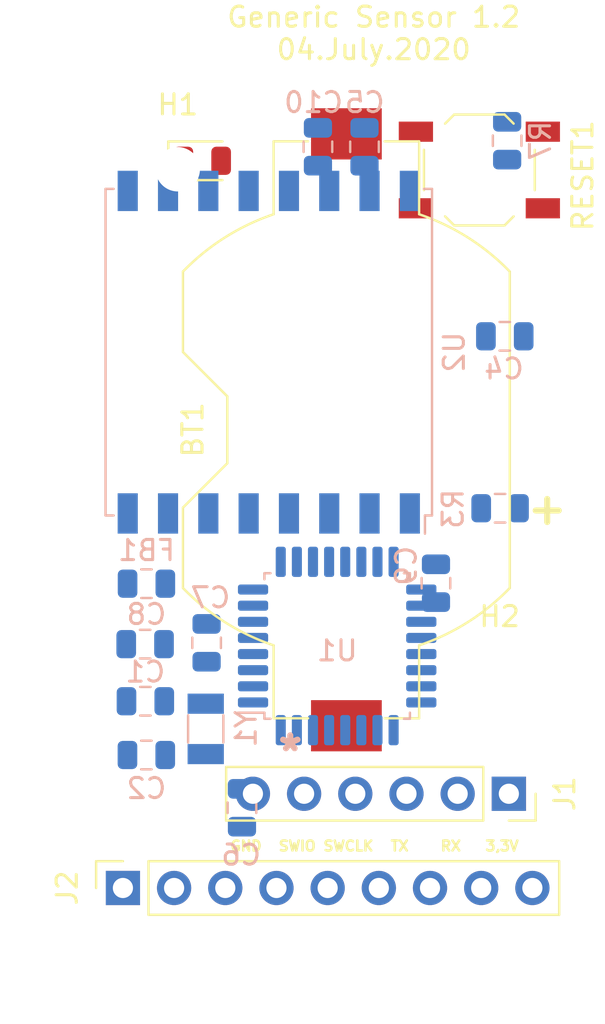
<source format=kicad_pcb>
(kicad_pcb (version 20171130) (host pcbnew "(5.1.5-0-10_14)")

  (general
    (thickness 1.6)
    (drawings 9)
    (tracks 0)
    (zones 0)
    (modules 22)
    (nets 33)
  )

  (page A4)
  (layers
    (0 F.Cu signal)
    (31 B.Cu signal)
    (32 B.Adhes user)
    (33 F.Adhes user)
    (34 B.Paste user)
    (35 F.Paste user)
    (36 B.SilkS user)
    (37 F.SilkS user)
    (38 B.Mask user)
    (39 F.Mask user)
    (40 Dwgs.User user)
    (41 Cmts.User user)
    (42 Eco1.User user)
    (43 Eco2.User user)
    (44 Edge.Cuts user)
    (45 Margin user)
    (46 B.CrtYd user)
    (47 F.CrtYd user)
    (48 B.Fab user)
    (49 F.Fab user)
  )

  (setup
    (last_trace_width 0.25)
    (trace_clearance 0.2)
    (zone_clearance 0.508)
    (zone_45_only no)
    (trace_min 0.2)
    (via_size 0.8)
    (via_drill 0.4)
    (via_min_size 0.4)
    (via_min_drill 0.3)
    (uvia_size 0.3)
    (uvia_drill 0.1)
    (uvias_allowed no)
    (uvia_min_size 0.2)
    (uvia_min_drill 0.1)
    (edge_width 0.1)
    (segment_width 0.2)
    (pcb_text_width 0.3)
    (pcb_text_size 1.5 1.5)
    (mod_edge_width 0.15)
    (mod_text_size 1 1)
    (mod_text_width 0.15)
    (pad_size 1.524 1.524)
    (pad_drill 0.762)
    (pad_to_mask_clearance 0)
    (aux_axis_origin 0 0)
    (visible_elements FFFFFF7F)
    (pcbplotparams
      (layerselection 0x010fc_ffffffff)
      (usegerberextensions false)
      (usegerberattributes false)
      (usegerberadvancedattributes false)
      (creategerberjobfile false)
      (excludeedgelayer true)
      (linewidth 0.100000)
      (plotframeref false)
      (viasonmask false)
      (mode 1)
      (useauxorigin false)
      (hpglpennumber 1)
      (hpglpenspeed 20)
      (hpglpendiameter 15.000000)
      (psnegative false)
      (psa4output false)
      (plotreference true)
      (plotvalue true)
      (plotinvisibletext false)
      (padsonsilk false)
      (subtractmaskfromsilk false)
      (outputformat 1)
      (mirror false)
      (drillshape 1)
      (scaleselection 1)
      (outputdirectory ""))
  )

  (net 0 "")
  (net 1 "Net-(AE1-Pad1)")
  (net 2 +3V3)
  (net 3 GND)
  (net 4 "Net-(C1-Pad1)")
  (net 5 "Net-(C2-Pad1)")
  (net 6 "Net-(C4-Pad1)")
  (net 7 VDDA)
  (net 8 "Net-(D1-Pad2)")
  (net 9 SWDIO)
  (net 10 SWCLK)
  (net 11 TX)
  (net 12 RX)
  (net 13 "Net-(R3-Pad1)")
  (net 14 NSS)
  (net 15 DIO2)
  (net 16 DIO1)
  (net 17 DIO0)
  (net 18 RESET)
  (net 19 MOSI)
  (net 20 MISO)
  (net 21 SCK)
  (net 22 B7)
  (net 23 B6)
  (net 24 B5)
  (net 25 B4)
  (net 26 B3)
  (net 27 A15)
  (net 28 A1)
  (net 29 A0)
  (net 30 A9)
  (net 31 A8)
  (net 32 "Net-(R7-Pad1)")

  (net_class Default "This is the default net class."
    (clearance 0.2)
    (trace_width 0.25)
    (via_dia 0.8)
    (via_drill 0.4)
    (uvia_dia 0.3)
    (uvia_drill 0.1)
    (add_net +3V3)
    (add_net A0)
    (add_net A1)
    (add_net A15)
    (add_net A8)
    (add_net A9)
    (add_net B3)
    (add_net B4)
    (add_net B5)
    (add_net B6)
    (add_net B7)
    (add_net DIO0)
    (add_net DIO1)
    (add_net DIO2)
    (add_net GND)
    (add_net MISO)
    (add_net MOSI)
    (add_net NSS)
    (add_net "Net-(AE1-Pad1)")
    (add_net "Net-(C1-Pad1)")
    (add_net "Net-(C2-Pad1)")
    (add_net "Net-(C4-Pad1)")
    (add_net "Net-(D1-Pad2)")
    (add_net "Net-(R3-Pad1)")
    (add_net "Net-(R7-Pad1)")
    (add_net "Net-(U2-Pad11)")
    (add_net "Net-(U2-Pad12)")
    (add_net "Net-(U2-Pad7)")
    (add_net RESET)
    (add_net RX)
    (add_net SCK)
    (add_net SWCLK)
    (add_net SWDIO)
    (add_net TX)
    (add_net VDDA)
  )

  (module Battery:BatteryHolder_Keystone_1058_1x2032 (layer F.Cu) (tedit 589EE147) (tstamp 5EDD62A0)
    (at 138.59764 60.11672 270)
    (descr http://www.keyelco.com/product-pdf.cfm?p=14028)
    (tags "Keystone type 1058 coin cell retainer")
    (path /5ED19278)
    (attr smd)
    (fp_text reference BT1 (at 0 7.62 90) (layer F.SilkS)
      (effects (font (size 1 1) (thickness 0.15)))
    )
    (fp_text value Battery_Cell (at 0 -9.398 90) (layer F.Fab)
      (effects (font (size 1 1) (thickness 0.15)))
    )
    (fp_circle (center 0 0) (end 10 0) (layer Dwgs.User) (width 0.15))
    (fp_arc (start 0 0) (end -10.61275 -3.5) (angle 27.4635) (layer F.Fab) (width 0.1))
    (fp_line (start -7.8026 -8) (end 7.8026 -8) (layer F.Fab) (width 0.1))
    (fp_line (start -3.9 8) (end -7.8026 8) (layer F.Fab) (width 0.1))
    (fp_line (start -14.2 -3.5) (end -14.2 -1.9) (layer F.Fab) (width 0.1))
    (fp_line (start -14.2 -3.5) (end -10.61275 -3.5) (layer F.Fab) (width 0.1))
    (fp_line (start -1.7 5.8) (end 1.7 5.8) (layer F.Fab) (width 0.1))
    (fp_line (start -1.7 5.8) (end -3.9 8) (layer F.Fab) (width 0.1))
    (fp_line (start 1.7 5.8) (end 3.9 8) (layer F.Fab) (width 0.1))
    (fp_line (start 3.9 8) (end 7.8026 8) (layer F.Fab) (width 0.1))
    (fp_line (start -14.2 3.5) (end -10.61275 3.5) (layer F.Fab) (width 0.1))
    (fp_line (start -14.2 1.9) (end -14.2 3.5) (layer F.Fab) (width 0.1))
    (fp_line (start 14.2 -3.5) (end 14.2 -1.9) (layer F.Fab) (width 0.1))
    (fp_line (start 10.61275 -3.5) (end 14.2 -3.5) (layer F.Fab) (width 0.1))
    (fp_line (start 14.2 3.5) (end 10.61275 3.5) (layer F.Fab) (width 0.1))
    (fp_line (start 14.2 1.9) (end 14.2 3.5) (layer F.Fab) (width 0.1))
    (fp_arc (start 0 0) (end 10.61275 3.5) (angle 27.4635) (layer F.Fab) (width 0.1))
    (fp_arc (start 0 0) (end 10.61275 -3.5) (angle -27.4635) (layer F.Fab) (width 0.1))
    (fp_arc (start 0 0) (end -10.61275 3.5) (angle -27.4635) (layer F.Fab) (width 0.1))
    (fp_line (start -14.31 -3.61) (end -10.692 -3.61) (layer F.SilkS) (width 0.12))
    (fp_line (start -14.31 -1.9) (end -14.31 -3.61) (layer F.SilkS) (width 0.12))
    (fp_line (start -7.8473 -8.11) (end 7.8473 -8.11) (layer F.SilkS) (width 0.12))
    (fp_line (start 14.31 -1.9) (end 14.31 -3.61) (layer F.SilkS) (width 0.12))
    (fp_line (start 10.692 -3.61) (end 14.31 -3.61) (layer F.SilkS) (width 0.12))
    (fp_line (start 14.31 3.61) (end 10.692 3.61) (layer F.SilkS) (width 0.12))
    (fp_line (start 14.31 1.9) (end 14.31 3.61) (layer F.SilkS) (width 0.12))
    (fp_line (start 7.8473 8.11) (end 3.86 8.11) (layer F.SilkS) (width 0.12))
    (fp_line (start 1.66 5.91) (end 3.86 8.11) (layer F.SilkS) (width 0.12))
    (fp_line (start 1.66 5.91) (end -1.66 5.91) (layer F.SilkS) (width 0.12))
    (fp_line (start -1.66 5.91) (end -3.86 8.11) (layer F.SilkS) (width 0.12))
    (fp_line (start -3.86 8.11) (end -7.8473 8.11) (layer F.SilkS) (width 0.12))
    (fp_line (start -10.692 3.61) (end -14.31 3.61) (layer F.SilkS) (width 0.12))
    (fp_line (start -14.31 1.9) (end -14.31 3.61) (layer F.SilkS) (width 0.12))
    (fp_arc (start 0 0) (end -10.692 -3.61) (angle 27.3) (layer F.SilkS) (width 0.12))
    (fp_arc (start 0 0) (end 10.692 3.61) (angle 27.3) (layer F.SilkS) (width 0.12))
    (fp_arc (start 0 0) (end 10.692 -3.61) (angle -27.3) (layer F.SilkS) (width 0.12))
    (fp_arc (start 0 0) (end -10.692 3.61) (angle -27.3) (layer F.SilkS) (width 0.12))
    (fp_line (start -16.45 4.11) (end -11.06 4.11) (layer F.CrtYd) (width 0.05))
    (fp_line (start -16.45 -4.11) (end -16.45 4.11) (layer F.CrtYd) (width 0.05))
    (fp_line (start -16.45 -4.11) (end -11.06 -4.11) (layer F.CrtYd) (width 0.05))
    (fp_line (start 16.45 -4.11) (end 11.06 -4.11) (layer F.CrtYd) (width 0.05))
    (fp_line (start 16.45 4.11) (end 16.45 -4.11) (layer F.CrtYd) (width 0.05))
    (fp_line (start 11.06 4.11) (end 16.45 4.11) (layer F.CrtYd) (width 0.05))
    (fp_arc (start 0 0) (end -11.06 -4.11) (angle 139.2) (layer F.CrtYd) (width 0.05))
    (fp_arc (start 0 0) (end 11.06 4.11) (angle 139.2) (layer F.CrtYd) (width 0.05))
    (fp_text user %R (at 0 0 90) (layer F.Fab)
      (effects (font (size 1 1) (thickness 0.15)))
    )
    (pad 2 smd rect (at 14.68 0 270) (size 2.54 3.51) (layers F.Cu F.Paste F.Mask)
      (net 3 GND))
    (pad 1 smd rect (at -14.68 0 270) (size 2.54 3.51) (layers F.Cu F.Paste F.Mask)
      (net 2 +3V3))
    (model ${KICAD6_3DMODEL_DIR}/Battery.3dshapes/BatteryHolder_Keystone_1058_1x2032.wrl
      (at (xyz 0 0 0))
      (scale (xyz 1 1 1))
      (rotate (xyz 0 0 0))
    )
  )

  (module MountingHole:MountingHole_2.2mm_M2 (layer F.Cu) (tedit 56D1B4CB) (tstamp 5EF98A1F)
    (at 146.2024 72.57796)
    (descr "Mounting Hole 2.2mm, no annular, M2")
    (tags "mounting hole 2.2mm no annular m2")
    (path /5EF98C6E)
    (attr virtual)
    (fp_text reference H2 (at 0 -3.2) (layer F.SilkS)
      (effects (font (size 1 1) (thickness 0.15)))
    )
    (fp_text value MountingHole (at 0 3.2) (layer F.Fab)
      (effects (font (size 1 1) (thickness 0.15)))
    )
    (fp_circle (center 0 0) (end 2.45 0) (layer F.CrtYd) (width 0.05))
    (fp_circle (center 0 0) (end 2.2 0) (layer Cmts.User) (width 0.15))
    (fp_text user %R (at 0.3 0) (layer F.Fab)
      (effects (font (size 1 1) (thickness 0.15)))
    )
    (pad 1 np_thru_hole circle (at 0 0) (size 2.2 2.2) (drill 2.2) (layers *.Cu *.Mask))
  )

  (module MountingHole:MountingHole_2.2mm_M2 (layer F.Cu) (tedit 56D1B4CB) (tstamp 5EF989FA)
    (at 130.23088 47.1932)
    (descr "Mounting Hole 2.2mm, no annular, M2")
    (tags "mounting hole 2.2mm no annular m2")
    (path /5EF98972)
    (attr virtual)
    (fp_text reference H1 (at 0 -3.2) (layer F.SilkS)
      (effects (font (size 1 1) (thickness 0.15)))
    )
    (fp_text value MountingHole (at 0 3.2) (layer F.Fab)
      (effects (font (size 1 1) (thickness 0.15)))
    )
    (fp_circle (center 0 0) (end 2.45 0) (layer F.CrtYd) (width 0.05))
    (fp_circle (center 0 0) (end 2.2 0) (layer Cmts.User) (width 0.15))
    (fp_text user %R (at 0.3 0) (layer F.Fab)
      (effects (font (size 1 1) (thickness 0.15)))
    )
    (pad 1 np_thru_hole circle (at 0 0) (size 2.2 2.2) (drill 2.2) (layers *.Cu *.Mask))
  )

  (module Connector_PinSocket_2.54mm:PinSocket_1x09_P2.54mm_Vertical (layer F.Cu) (tedit 5A19A431) (tstamp 5EF8B5DA)
    (at 127.508 82.84464 90)
    (descr "Through hole straight socket strip, 1x09, 2.54mm pitch, single row (from Kicad 4.0.7), script generated")
    (tags "Through hole socket strip THT 1x09 2.54mm single row")
    (path /5EF8FA5D)
    (fp_text reference J2 (at 0 -2.77 90) (layer F.SilkS)
      (effects (font (size 1 1) (thickness 0.15)))
    )
    (fp_text value Conn_01x09_Male (at 0 23.09 90) (layer F.Fab)
      (effects (font (size 1 1) (thickness 0.15)))
    )
    (fp_text user %R (at 0 10.16) (layer F.Fab)
      (effects (font (size 1 1) (thickness 0.15)))
    )
    (fp_line (start -1.8 22.1) (end -1.8 -1.8) (layer F.CrtYd) (width 0.05))
    (fp_line (start 1.75 22.1) (end -1.8 22.1) (layer F.CrtYd) (width 0.05))
    (fp_line (start 1.75 -1.8) (end 1.75 22.1) (layer F.CrtYd) (width 0.05))
    (fp_line (start -1.8 -1.8) (end 1.75 -1.8) (layer F.CrtYd) (width 0.05))
    (fp_line (start 0 -1.33) (end 1.33 -1.33) (layer F.SilkS) (width 0.12))
    (fp_line (start 1.33 -1.33) (end 1.33 0) (layer F.SilkS) (width 0.12))
    (fp_line (start 1.33 1.27) (end 1.33 21.65) (layer F.SilkS) (width 0.12))
    (fp_line (start -1.33 21.65) (end 1.33 21.65) (layer F.SilkS) (width 0.12))
    (fp_line (start -1.33 1.27) (end -1.33 21.65) (layer F.SilkS) (width 0.12))
    (fp_line (start -1.33 1.27) (end 1.33 1.27) (layer F.SilkS) (width 0.12))
    (fp_line (start -1.27 21.59) (end -1.27 -1.27) (layer F.Fab) (width 0.1))
    (fp_line (start 1.27 21.59) (end -1.27 21.59) (layer F.Fab) (width 0.1))
    (fp_line (start 1.27 -0.635) (end 1.27 21.59) (layer F.Fab) (width 0.1))
    (fp_line (start 0.635 -1.27) (end 1.27 -0.635) (layer F.Fab) (width 0.1))
    (fp_line (start -1.27 -1.27) (end 0.635 -1.27) (layer F.Fab) (width 0.1))
    (pad 9 thru_hole oval (at 0 20.32 90) (size 1.7 1.7) (drill 1) (layers *.Cu *.Mask)
      (net 3 GND))
    (pad 8 thru_hole oval (at 0 17.78 90) (size 1.7 1.7) (drill 1) (layers *.Cu *.Mask)
      (net 3 GND))
    (pad 7 thru_hole oval (at 0 15.24 90) (size 1.7 1.7) (drill 1) (layers *.Cu *.Mask)
      (net 27 A15))
    (pad 6 thru_hole oval (at 0 12.7 90) (size 1.7 1.7) (drill 1) (layers *.Cu *.Mask)
      (net 26 B3))
    (pad 5 thru_hole oval (at 0 10.16 90) (size 1.7 1.7) (drill 1) (layers *.Cu *.Mask)
      (net 25 B4))
    (pad 4 thru_hole oval (at 0 7.62 90) (size 1.7 1.7) (drill 1) (layers *.Cu *.Mask)
      (net 24 B5))
    (pad 3 thru_hole oval (at 0 5.08 90) (size 1.7 1.7) (drill 1) (layers *.Cu *.Mask)
      (net 23 B6))
    (pad 2 thru_hole oval (at 0 2.54 90) (size 1.7 1.7) (drill 1) (layers *.Cu *.Mask)
      (net 22 B7))
    (pad 1 thru_hole rect (at 0 0 90) (size 1.7 1.7) (drill 1) (layers *.Cu *.Mask)
      (net 2 +3V3))
    (model ${KICAD6_3DMODEL_DIR}/Connector_PinSocket_2.54mm.3dshapes/PinSocket_1x09_P2.54mm_Vertical.wrl
      (at (xyz 0 0 0))
      (scale (xyz 1 1 1))
      (rotate (xyz 0 0 0))
    )
  )

  (module Connector_PinSocket_2.54mm:PinSocket_1x06_P2.54mm_Vertical (layer F.Cu) (tedit 5A19A430) (tstamp 5EDD92EF)
    (at 146.6596 78.17104 270)
    (descr "Through hole straight socket strip, 1x06, 2.54mm pitch, single row (from Kicad 4.0.7), script generated")
    (tags "Through hole socket strip THT 1x06 2.54mm single row")
    (path /5ED1FD6B)
    (fp_text reference J1 (at 0 -2.77 90) (layer F.SilkS)
      (effects (font (size 1 1) (thickness 0.15)))
    )
    (fp_text value Conn_01x06_Male (at 0 15.47 90) (layer F.Fab)
      (effects (font (size 1 1) (thickness 0.15)))
    )
    (fp_text user %R (at 0 6.35) (layer F.Fab)
      (effects (font (size 1 1) (thickness 0.15)))
    )
    (fp_line (start -1.8 14.45) (end -1.8 -1.8) (layer F.CrtYd) (width 0.05))
    (fp_line (start 1.75 14.45) (end -1.8 14.45) (layer F.CrtYd) (width 0.05))
    (fp_line (start 1.75 -1.8) (end 1.75 14.45) (layer F.CrtYd) (width 0.05))
    (fp_line (start -1.8 -1.8) (end 1.75 -1.8) (layer F.CrtYd) (width 0.05))
    (fp_line (start 0 -1.33) (end 1.33 -1.33) (layer F.SilkS) (width 0.12))
    (fp_line (start 1.33 -1.33) (end 1.33 0) (layer F.SilkS) (width 0.12))
    (fp_line (start 1.33 1.27) (end 1.33 14.03) (layer F.SilkS) (width 0.12))
    (fp_line (start -1.33 14.03) (end 1.33 14.03) (layer F.SilkS) (width 0.12))
    (fp_line (start -1.33 1.27) (end -1.33 14.03) (layer F.SilkS) (width 0.12))
    (fp_line (start -1.33 1.27) (end 1.33 1.27) (layer F.SilkS) (width 0.12))
    (fp_line (start -1.27 13.97) (end -1.27 -1.27) (layer F.Fab) (width 0.1))
    (fp_line (start 1.27 13.97) (end -1.27 13.97) (layer F.Fab) (width 0.1))
    (fp_line (start 1.27 -0.635) (end 1.27 13.97) (layer F.Fab) (width 0.1))
    (fp_line (start 0.635 -1.27) (end 1.27 -0.635) (layer F.Fab) (width 0.1))
    (fp_line (start -1.27 -1.27) (end 0.635 -1.27) (layer F.Fab) (width 0.1))
    (pad 6 thru_hole oval (at 0 12.7 270) (size 1.7 1.7) (drill 1) (layers *.Cu *.Mask)
      (net 3 GND))
    (pad 5 thru_hole oval (at 0 10.16 270) (size 1.7 1.7) (drill 1) (layers *.Cu *.Mask)
      (net 10 SWCLK))
    (pad 4 thru_hole oval (at 0 7.62 270) (size 1.7 1.7) (drill 1) (layers *.Cu *.Mask)
      (net 9 SWDIO))
    (pad 3 thru_hole oval (at 0 5.08 270) (size 1.7 1.7) (drill 1) (layers *.Cu *.Mask)
      (net 11 TX))
    (pad 2 thru_hole oval (at 0 2.54 270) (size 1.7 1.7) (drill 1) (layers *.Cu *.Mask)
      (net 12 RX))
    (pad 1 thru_hole rect (at 0 0 270) (size 1.7 1.7) (drill 1) (layers *.Cu *.Mask)
      (net 2 +3V3))
    (model ${KICAD6_3DMODEL_DIR}/Connector_PinSocket_2.54mm.3dshapes/PinSocket_1x06_P2.54mm_Vertical.wrl
      (at (xyz 0 0 0))
      (scale (xyz 1 1 1))
      (rotate (xyz 0 0 0))
    )
  )

  (module Package_QFP:LQFP-32_7x7mm_P0.8mm (layer B.Cu) (tedit 5D9F72AF) (tstamp 5EDDE4C3)
    (at 138.14044 70.8406)
    (descr "LQFP, 32 Pin (https://www.nxp.com/docs/en/package-information/SOT358-1.pdf), generated with kicad-footprint-generator ipc_gullwing_generator.py")
    (tags "LQFP QFP")
    (path /5ECAC074)
    (attr smd)
    (fp_text reference U1 (at 0 0.23622) (layer B.SilkS)
      (effects (font (size 1 1) (thickness 0.15)) (justify mirror))
    )
    (fp_text value STM32L041K6Tx (at 0 -5.88) (layer B.Fab)
      (effects (font (size 1 1) (thickness 0.15)) (justify mirror))
    )
    (fp_text user %R (at 0 0) (layer B.Fab)
      (effects (font (size 1 1) (thickness 0.15)) (justify mirror))
    )
    (fp_line (start 5.18 -3.3) (end 5.18 0) (layer B.CrtYd) (width 0.05))
    (fp_line (start 3.75 -3.3) (end 5.18 -3.3) (layer B.CrtYd) (width 0.05))
    (fp_line (start 3.75 -3.75) (end 3.75 -3.3) (layer B.CrtYd) (width 0.05))
    (fp_line (start 3.3 -3.75) (end 3.75 -3.75) (layer B.CrtYd) (width 0.05))
    (fp_line (start 3.3 -5.18) (end 3.3 -3.75) (layer B.CrtYd) (width 0.05))
    (fp_line (start 0 -5.18) (end 3.3 -5.18) (layer B.CrtYd) (width 0.05))
    (fp_line (start -5.18 -3.3) (end -5.18 0) (layer B.CrtYd) (width 0.05))
    (fp_line (start -3.75 -3.3) (end -5.18 -3.3) (layer B.CrtYd) (width 0.05))
    (fp_line (start -3.75 -3.75) (end -3.75 -3.3) (layer B.CrtYd) (width 0.05))
    (fp_line (start -3.3 -3.75) (end -3.75 -3.75) (layer B.CrtYd) (width 0.05))
    (fp_line (start -3.3 -5.18) (end -3.3 -3.75) (layer B.CrtYd) (width 0.05))
    (fp_line (start 0 -5.18) (end -3.3 -5.18) (layer B.CrtYd) (width 0.05))
    (fp_line (start 5.18 3.3) (end 5.18 0) (layer B.CrtYd) (width 0.05))
    (fp_line (start 3.75 3.3) (end 5.18 3.3) (layer B.CrtYd) (width 0.05))
    (fp_line (start 3.75 3.75) (end 3.75 3.3) (layer B.CrtYd) (width 0.05))
    (fp_line (start 3.3 3.75) (end 3.75 3.75) (layer B.CrtYd) (width 0.05))
    (fp_line (start 3.3 5.18) (end 3.3 3.75) (layer B.CrtYd) (width 0.05))
    (fp_line (start 0 5.18) (end 3.3 5.18) (layer B.CrtYd) (width 0.05))
    (fp_line (start -5.18 3.3) (end -5.18 0) (layer B.CrtYd) (width 0.05))
    (fp_line (start -3.75 3.3) (end -5.18 3.3) (layer B.CrtYd) (width 0.05))
    (fp_line (start -3.75 3.75) (end -3.75 3.3) (layer B.CrtYd) (width 0.05))
    (fp_line (start -3.3 3.75) (end -3.75 3.75) (layer B.CrtYd) (width 0.05))
    (fp_line (start -3.3 5.18) (end -3.3 3.75) (layer B.CrtYd) (width 0.05))
    (fp_line (start 0 5.18) (end -3.3 5.18) (layer B.CrtYd) (width 0.05))
    (fp_line (start -3.5 2.5) (end -2.5 3.5) (layer B.Fab) (width 0.1))
    (fp_line (start -3.5 -3.5) (end -3.5 2.5) (layer B.Fab) (width 0.1))
    (fp_line (start 3.5 -3.5) (end -3.5 -3.5) (layer B.Fab) (width 0.1))
    (fp_line (start 3.5 3.5) (end 3.5 -3.5) (layer B.Fab) (width 0.1))
    (fp_line (start -2.5 3.5) (end 3.5 3.5) (layer B.Fab) (width 0.1))
    (fp_line (start -3.61 3.31) (end -4.925 3.31) (layer B.SilkS) (width 0.12))
    (fp_line (start -3.61 3.61) (end -3.61 3.31) (layer B.SilkS) (width 0.12))
    (fp_line (start -3.31 3.61) (end -3.61 3.61) (layer B.SilkS) (width 0.12))
    (fp_line (start 3.61 3.61) (end 3.61 3.31) (layer B.SilkS) (width 0.12))
    (fp_line (start 3.31 3.61) (end 3.61 3.61) (layer B.SilkS) (width 0.12))
    (fp_line (start -3.61 -3.61) (end -3.61 -3.31) (layer B.SilkS) (width 0.12))
    (fp_line (start -3.31 -3.61) (end -3.61 -3.61) (layer B.SilkS) (width 0.12))
    (fp_line (start 3.61 -3.61) (end 3.61 -3.31) (layer B.SilkS) (width 0.12))
    (fp_line (start 3.31 -3.61) (end 3.61 -3.61) (layer B.SilkS) (width 0.12))
    (pad 32 smd roundrect (at -2.8 4.175) (size 0.5 1.5) (layers B.Cu B.Paste B.Mask) (roundrect_rratio 0.25)
      (net 3 GND))
    (pad 31 smd roundrect (at -2 4.175) (size 0.5 1.5) (layers B.Cu B.Paste B.Mask) (roundrect_rratio 0.25)
      (net 32 "Net-(R7-Pad1)"))
    (pad 30 smd roundrect (at -1.2 4.175) (size 0.5 1.5) (layers B.Cu B.Paste B.Mask) (roundrect_rratio 0.25)
      (net 22 B7))
    (pad 29 smd roundrect (at -0.4 4.175) (size 0.5 1.5) (layers B.Cu B.Paste B.Mask) (roundrect_rratio 0.25)
      (net 23 B6))
    (pad 28 smd roundrect (at 0.4 4.175) (size 0.5 1.5) (layers B.Cu B.Paste B.Mask) (roundrect_rratio 0.25)
      (net 24 B5))
    (pad 27 smd roundrect (at 1.2 4.175) (size 0.5 1.5) (layers B.Cu B.Paste B.Mask) (roundrect_rratio 0.25)
      (net 25 B4))
    (pad 26 smd roundrect (at 2 4.175) (size 0.5 1.5) (layers B.Cu B.Paste B.Mask) (roundrect_rratio 0.25)
      (net 26 B3))
    (pad 25 smd roundrect (at 2.8 4.175) (size 0.5 1.5) (layers B.Cu B.Paste B.Mask) (roundrect_rratio 0.25)
      (net 27 A15))
    (pad 24 smd roundrect (at 4.175 2.8) (size 1.5 0.5) (layers B.Cu B.Paste B.Mask) (roundrect_rratio 0.25)
      (net 10 SWCLK))
    (pad 23 smd roundrect (at 4.175 2) (size 1.5 0.5) (layers B.Cu B.Paste B.Mask) (roundrect_rratio 0.25)
      (net 9 SWDIO))
    (pad 22 smd roundrect (at 4.175 1.2) (size 1.5 0.5) (layers B.Cu B.Paste B.Mask) (roundrect_rratio 0.25)
      (net 15 DIO2))
    (pad 21 smd roundrect (at 4.175 0.4) (size 1.5 0.5) (layers B.Cu B.Paste B.Mask) (roundrect_rratio 0.25)
      (net 16 DIO1))
    (pad 20 smd roundrect (at 4.175 -0.4) (size 1.5 0.5) (layers B.Cu B.Paste B.Mask) (roundrect_rratio 0.25)
      (net 17 DIO0))
    (pad 19 smd roundrect (at 4.175 -1.2) (size 1.5 0.5) (layers B.Cu B.Paste B.Mask) (roundrect_rratio 0.25)
      (net 30 A9))
    (pad 18 smd roundrect (at 4.175 -2) (size 1.5 0.5) (layers B.Cu B.Paste B.Mask) (roundrect_rratio 0.25)
      (net 31 A8))
    (pad 17 smd roundrect (at 4.175 -2.8) (size 1.5 0.5) (layers B.Cu B.Paste B.Mask) (roundrect_rratio 0.25)
      (net 2 +3V3))
    (pad 16 smd roundrect (at 2.8 -4.175) (size 0.5 1.5) (layers B.Cu B.Paste B.Mask) (roundrect_rratio 0.25)
      (net 3 GND))
    (pad 15 smd roundrect (at 2 -4.175) (size 0.5 1.5) (layers B.Cu B.Paste B.Mask) (roundrect_rratio 0.25)
      (net 13 "Net-(R3-Pad1)"))
    (pad 14 smd roundrect (at 1.2 -4.175) (size 0.5 1.5) (layers B.Cu B.Paste B.Mask) (roundrect_rratio 0.25)
      (net 18 RESET))
    (pad 13 smd roundrect (at 0.4 -4.175) (size 0.5 1.5) (layers B.Cu B.Paste B.Mask) (roundrect_rratio 0.25)
      (net 19 MOSI))
    (pad 12 smd roundrect (at -0.4 -4.175) (size 0.5 1.5) (layers B.Cu B.Paste B.Mask) (roundrect_rratio 0.25)
      (net 20 MISO))
    (pad 11 smd roundrect (at -1.2 -4.175) (size 0.5 1.5) (layers B.Cu B.Paste B.Mask) (roundrect_rratio 0.25)
      (net 21 SCK))
    (pad 10 smd roundrect (at -2 -4.175) (size 0.5 1.5) (layers B.Cu B.Paste B.Mask) (roundrect_rratio 0.25)
      (net 14 NSS))
    (pad 9 smd roundrect (at -2.8 -4.175) (size 0.5 1.5) (layers B.Cu B.Paste B.Mask) (roundrect_rratio 0.25)
      (net 12 RX))
    (pad 8 smd roundrect (at -4.175 -2.8) (size 1.5 0.5) (layers B.Cu B.Paste B.Mask) (roundrect_rratio 0.25)
      (net 11 TX))
    (pad 7 smd roundrect (at -4.175 -2) (size 1.5 0.5) (layers B.Cu B.Paste B.Mask) (roundrect_rratio 0.25)
      (net 28 A1))
    (pad 6 smd roundrect (at -4.175 -1.2) (size 1.5 0.5) (layers B.Cu B.Paste B.Mask) (roundrect_rratio 0.25)
      (net 29 A0))
    (pad 5 smd roundrect (at -4.175 -0.4) (size 1.5 0.5) (layers B.Cu B.Paste B.Mask) (roundrect_rratio 0.25)
      (net 7 VDDA))
    (pad 4 smd roundrect (at -4.175 0.4) (size 1.5 0.5) (layers B.Cu B.Paste B.Mask) (roundrect_rratio 0.25)
      (net 6 "Net-(C4-Pad1)"))
    (pad 3 smd roundrect (at -4.175 1.2) (size 1.5 0.5) (layers B.Cu B.Paste B.Mask) (roundrect_rratio 0.25)
      (net 4 "Net-(C1-Pad1)"))
    (pad 2 smd roundrect (at -4.175 2) (size 1.5 0.5) (layers B.Cu B.Paste B.Mask) (roundrect_rratio 0.25)
      (net 5 "Net-(C2-Pad1)"))
    (pad 1 smd roundrect (at -4.175 2.8) (size 1.5 0.5) (layers B.Cu B.Paste B.Mask) (roundrect_rratio 0.25)
      (net 2 +3V3))
    (model ${KICAD6_3DMODEL_DIR}/Package_QFP.3dshapes/LQFP-32_7x7mm_P0.8mm.wrl
      (at (xyz 0 0 0))
      (scale (xyz 1 1 1))
      (rotate (xyz 0 0 0))
    )
  )

  (module Resistor_SMD:R_0805_2012Metric (layer B.Cu) (tedit 5B36C52B) (tstamp 5EDE29DA)
    (at 128.6764 67.74988 180)
    (descr "Resistor SMD 0805 (2012 Metric), square (rectangular) end terminal, IPC_7351 nominal, (Body size source: https://docs.google.com/spreadsheets/d/1BsfQQcO9C6DZCsRaXUlFlo91Tg2WpOkGARC1WS5S8t0/edit?usp=sharing), generated with kicad-footprint-generator")
    (tags resistor)
    (path /5ECCEBAA)
    (attr smd)
    (fp_text reference FB1 (at 0 1.65) (layer B.SilkS)
      (effects (font (size 1 1) (thickness 0.15)) (justify mirror))
    )
    (fp_text value Ferrite_Bead_Small (at 0 -1.65) (layer B.Fab)
      (effects (font (size 1 1) (thickness 0.15)) (justify mirror))
    )
    (fp_text user %R (at 0 0) (layer B.Fab)
      (effects (font (size 0.5 0.5) (thickness 0.08)) (justify mirror))
    )
    (fp_line (start 1.68 -0.95) (end -1.68 -0.95) (layer B.CrtYd) (width 0.05))
    (fp_line (start 1.68 0.95) (end 1.68 -0.95) (layer B.CrtYd) (width 0.05))
    (fp_line (start -1.68 0.95) (end 1.68 0.95) (layer B.CrtYd) (width 0.05))
    (fp_line (start -1.68 -0.95) (end -1.68 0.95) (layer B.CrtYd) (width 0.05))
    (fp_line (start -0.258578 -0.71) (end 0.258578 -0.71) (layer B.SilkS) (width 0.12))
    (fp_line (start -0.258578 0.71) (end 0.258578 0.71) (layer B.SilkS) (width 0.12))
    (fp_line (start 1 -0.6) (end -1 -0.6) (layer B.Fab) (width 0.1))
    (fp_line (start 1 0.6) (end 1 -0.6) (layer B.Fab) (width 0.1))
    (fp_line (start -1 0.6) (end 1 0.6) (layer B.Fab) (width 0.1))
    (fp_line (start -1 -0.6) (end -1 0.6) (layer B.Fab) (width 0.1))
    (pad 2 smd roundrect (at 0.9375 0 180) (size 0.975 1.4) (layers B.Cu B.Paste B.Mask) (roundrect_rratio 0.25)
      (net 2 +3V3))
    (pad 1 smd roundrect (at -0.9375 0 180) (size 0.975 1.4) (layers B.Cu B.Paste B.Mask) (roundrect_rratio 0.25)
      (net 7 VDDA))
    (model ${KICAD6_3DMODEL_DIR}/Resistor_SMD.3dshapes/R_0805_2012Metric.wrl
      (at (xyz 0 0 0))
      (scale (xyz 1 1 1))
      (rotate (xyz 0 0 0))
    )
  )

  (module Crystal:Crystal_SMD_3215-2Pin_3.2x1.5mm (layer B.Cu) (tedit 5A0FD1B2) (tstamp 5EDDFA16)
    (at 131.61772 74.95286 90)
    (descr "SMD Crystal FC-135 https://support.epson.biz/td/api/doc_check.php?dl=brief_FC-135R_en.pdf")
    (tags "SMD SMT Crystal")
    (path /5ECB1FA2)
    (attr smd)
    (fp_text reference Y1 (at 0 2 90) (layer B.SilkS)
      (effects (font (size 1 1) (thickness 0.15)) (justify mirror))
    )
    (fp_text value 32KHz (at 0 -2 90) (layer B.Fab)
      (effects (font (size 1 1) (thickness 0.15)) (justify mirror))
    )
    (fp_line (start 2 1.15) (end 2 -1.15) (layer B.CrtYd) (width 0.05))
    (fp_line (start -2 1.15) (end -2 -1.15) (layer B.CrtYd) (width 0.05))
    (fp_line (start -2 -1.15) (end 2 -1.15) (layer B.CrtYd) (width 0.05))
    (fp_line (start -1.6 -0.75) (end 1.6 -0.75) (layer B.Fab) (width 0.1))
    (fp_line (start -1.6 0.75) (end 1.6 0.75) (layer B.Fab) (width 0.1))
    (fp_line (start 1.6 0.75) (end 1.6 -0.75) (layer B.Fab) (width 0.1))
    (fp_line (start -0.675 0.875) (end 0.675 0.875) (layer B.SilkS) (width 0.12))
    (fp_line (start -0.675 -0.875) (end 0.675 -0.875) (layer B.SilkS) (width 0.12))
    (fp_line (start -1.6 0.75) (end -1.6 -0.75) (layer B.Fab) (width 0.1))
    (fp_line (start -2 1.15) (end 2 1.15) (layer B.CrtYd) (width 0.05))
    (fp_text user %R (at 0 2 90) (layer B.Fab)
      (effects (font (size 1 1) (thickness 0.15)) (justify mirror))
    )
    (pad 2 smd rect (at -1.25 0 90) (size 1 1.8) (layers B.Cu B.Paste B.Mask)
      (net 5 "Net-(C2-Pad1)"))
    (pad 1 smd rect (at 1.25 0 90) (size 1 1.8) (layers B.Cu B.Paste B.Mask)
      (net 4 "Net-(C1-Pad1)"))
    (model ${KICAD6_3DMODEL_DIR}/Crystal.3dshapes/Crystal_SMD_3215-2Pin_3.2x1.5mm.wrl
      (at (xyz 0 0 0))
      (scale (xyz 1 1 1))
      (rotate (xyz 0 0 0))
    )
  )

  (module RF_Module:HOPERF_RFM9XW_SMD (layer B.Cu) (tedit 5C227243) (tstamp 5F0A18C8)
    (at 134.747 56.26608 90)
    (descr "Low Power Long Range Transceiver Module SMD-16 (https://www.hoperf.com/data/upload/portal/20181127/5bfcbea20e9ef.pdf)")
    (tags "LoRa Low Power Long Range Transceiver Module")
    (path /5ECD2FAF)
    (attr smd)
    (fp_text reference U2 (at 0 9.2 90) (layer B.SilkS)
      (effects (font (size 1 1) (thickness 0.15)) (justify mirror))
    )
    (fp_text value RFM95W-868S2 (at 0 -9.5 90) (layer B.Fab)
      (effects (font (size 1 1) (thickness 0.15)) (justify mirror))
    )
    (fp_line (start -7 8) (end -8 7) (layer B.Fab) (width 0.1))
    (fp_line (start -8.1 7.75) (end -9 7.75) (layer B.SilkS) (width 0.12))
    (fp_line (start -8.1 8.1) (end -8.1 7.75) (layer B.SilkS) (width 0.12))
    (fp_line (start 8.1 -8.1) (end 8.1 -7.7) (layer B.SilkS) (width 0.12))
    (fp_line (start -8.1 -8.1) (end 8.1 -8.1) (layer B.SilkS) (width 0.12))
    (fp_line (start -8.1 -7.7) (end -8.1 -8.1) (layer B.SilkS) (width 0.12))
    (fp_line (start 8.1 8.1) (end 8.1 7.7) (layer B.SilkS) (width 0.12))
    (fp_line (start -8.1 8.1) (end 8.1 8.1) (layer B.SilkS) (width 0.12))
    (fp_line (start -9.25 -8.25) (end -9.25 8.25) (layer B.CrtYd) (width 0.05))
    (fp_line (start -9.25 -8.25) (end 9.25 -8.25) (layer B.CrtYd) (width 0.05))
    (fp_line (start 9.25 8.25) (end 9.25 -8.25) (layer B.CrtYd) (width 0.05))
    (fp_line (start -9.25 8.25) (end 9.25 8.25) (layer B.CrtYd) (width 0.05))
    (fp_text user %R (at 0 0 90) (layer B.Fab)
      (effects (font (size 1 1) (thickness 0.15)) (justify mirror))
    )
    (fp_line (start -8 -8) (end -8 7) (layer B.Fab) (width 0.1))
    (fp_line (start -8 -8) (end 8 -8) (layer B.Fab) (width 0.1))
    (fp_line (start 8 -8) (end 8 8) (layer B.Fab) (width 0.1))
    (fp_line (start -7 8) (end 8 8) (layer B.Fab) (width 0.1))
    (pad 16 smd rect (at 8 7 90) (size 2 1) (layers B.Cu B.Paste B.Mask)
      (net 15 DIO2))
    (pad 15 smd rect (at 8 5 90) (size 2 1) (layers B.Cu B.Paste B.Mask)
      (net 16 DIO1))
    (pad 14 smd rect (at 8 3 90) (size 2 1) (layers B.Cu B.Paste B.Mask)
      (net 17 DIO0))
    (pad 13 smd rect (at 8 1 90) (size 2 1) (layers B.Cu B.Paste B.Mask)
      (net 2 +3V3))
    (pad 12 smd rect (at 8 -1 90) (size 2 1) (layers B.Cu B.Paste B.Mask))
    (pad 11 smd rect (at 8 -3 90) (size 2 1) (layers B.Cu B.Paste B.Mask))
    (pad 10 smd rect (at 8 -5 90) (size 2 1) (layers B.Cu B.Paste B.Mask)
      (net 3 GND))
    (pad 9 smd rect (at 8 -7 90) (size 2 1) (layers B.Cu B.Paste B.Mask)
      (net 1 "Net-(AE1-Pad1)"))
    (pad 8 smd rect (at -8 -7 90) (size 2 1) (layers B.Cu B.Paste B.Mask)
      (net 3 GND))
    (pad 7 smd rect (at -8 -5 90) (size 2 1) (layers B.Cu B.Paste B.Mask))
    (pad 6 smd rect (at -8 -3 90) (size 2 1) (layers B.Cu B.Paste B.Mask)
      (net 18 RESET))
    (pad 5 smd rect (at -8 -1 90) (size 2 1) (layers B.Cu B.Paste B.Mask)
      (net 14 NSS))
    (pad 4 smd rect (at -8 1 90) (size 2 1) (layers B.Cu B.Paste B.Mask)
      (net 21 SCK))
    (pad 3 smd rect (at -8 3 90) (size 2 1) (layers B.Cu B.Paste B.Mask)
      (net 19 MOSI))
    (pad 2 smd rect (at -8 5 90) (size 2 1) (layers B.Cu B.Paste B.Mask)
      (net 20 MISO))
    (pad 1 smd rect (at -8 7 90) (size 2 1) (layers B.Cu B.Paste B.Mask)
      (net 3 GND))
    (model ${KICAD6_3DMODEL_DIR}/RF_Module.3dshapes/HOPERF_RFM9XW_SMD.wrl
      (at (xyz 0 0 0))
      (scale (xyz 1 1 1))
      (rotate (xyz 0 0 0))
    )
  )

  (module Resistor_SMD:R_0805_2012Metric (layer B.Cu) (tedit 5B36C52B) (tstamp 5EDE0775)
    (at 146.57578 45.77588 90)
    (descr "Resistor SMD 0805 (2012 Metric), square (rectangular) end terminal, IPC_7351 nominal, (Body size source: https://docs.google.com/spreadsheets/d/1BsfQQcO9C6DZCsRaXUlFlo91Tg2WpOkGARC1WS5S8t0/edit?usp=sharing), generated with kicad-footprint-generator")
    (tags resistor)
    (path /5ED6BC7D)
    (attr smd)
    (fp_text reference R7 (at 0 1.65 90) (layer B.SilkS)
      (effects (font (size 1 1) (thickness 0.15)) (justify mirror))
    )
    (fp_text value 12K (at 0 -1.65 90) (layer B.Fab)
      (effects (font (size 1 1) (thickness 0.15)) (justify mirror))
    )
    (fp_text user %R (at 0 0 90) (layer B.Fab)
      (effects (font (size 0.5 0.5) (thickness 0.08)) (justify mirror))
    )
    (fp_line (start 1.68 -0.95) (end -1.68 -0.95) (layer B.CrtYd) (width 0.05))
    (fp_line (start 1.68 0.95) (end 1.68 -0.95) (layer B.CrtYd) (width 0.05))
    (fp_line (start -1.68 0.95) (end 1.68 0.95) (layer B.CrtYd) (width 0.05))
    (fp_line (start -1.68 -0.95) (end -1.68 0.95) (layer B.CrtYd) (width 0.05))
    (fp_line (start -0.258578 -0.71) (end 0.258578 -0.71) (layer B.SilkS) (width 0.12))
    (fp_line (start -0.258578 0.71) (end 0.258578 0.71) (layer B.SilkS) (width 0.12))
    (fp_line (start 1 -0.6) (end -1 -0.6) (layer B.Fab) (width 0.1))
    (fp_line (start 1 0.6) (end 1 -0.6) (layer B.Fab) (width 0.1))
    (fp_line (start -1 0.6) (end 1 0.6) (layer B.Fab) (width 0.1))
    (fp_line (start -1 -0.6) (end -1 0.6) (layer B.Fab) (width 0.1))
    (pad 2 smd roundrect (at 0.9375 0 90) (size 0.975 1.4) (layers B.Cu B.Paste B.Mask) (roundrect_rratio 0.25)
      (net 3 GND))
    (pad 1 smd roundrect (at -0.9375 0 90) (size 0.975 1.4) (layers B.Cu B.Paste B.Mask) (roundrect_rratio 0.25)
      (net 32 "Net-(R7-Pad1)"))
    (model ${KICAD6_3DMODEL_DIR}/Resistor_SMD.3dshapes/R_0805_2012Metric.wrl
      (at (xyz 0 0 0))
      (scale (xyz 1 1 1))
      (rotate (xyz 0 0 0))
    )
  )

  (module Resistor_SMD:R_0805_2012Metric (layer B.Cu) (tedit 5B36C52B) (tstamp 5EDD9E5A)
    (at 146.2255 64.008)
    (descr "Resistor SMD 0805 (2012 Metric), square (rectangular) end terminal, IPC_7351 nominal, (Body size source: https://docs.google.com/spreadsheets/d/1BsfQQcO9C6DZCsRaXUlFlo91Tg2WpOkGARC1WS5S8t0/edit?usp=sharing), generated with kicad-footprint-generator")
    (tags resistor)
    (path /5EDFFD28)
    (attr smd)
    (fp_text reference R3 (at -2.3345 0.03048 270) (layer B.SilkS)
      (effects (font (size 1 1) (thickness 0.15)) (justify mirror))
    )
    (fp_text value 12K (at 0 -1.65) (layer B.Fab)
      (effects (font (size 1 1) (thickness 0.15)) (justify mirror))
    )
    (fp_text user %R (at 0 0) (layer B.Fab)
      (effects (font (size 0.5 0.5) (thickness 0.08)) (justify mirror))
    )
    (fp_line (start 1.68 -0.95) (end -1.68 -0.95) (layer B.CrtYd) (width 0.05))
    (fp_line (start 1.68 0.95) (end 1.68 -0.95) (layer B.CrtYd) (width 0.05))
    (fp_line (start -1.68 0.95) (end 1.68 0.95) (layer B.CrtYd) (width 0.05))
    (fp_line (start -1.68 -0.95) (end -1.68 0.95) (layer B.CrtYd) (width 0.05))
    (fp_line (start -0.258578 -0.71) (end 0.258578 -0.71) (layer B.SilkS) (width 0.12))
    (fp_line (start -0.258578 0.71) (end 0.258578 0.71) (layer B.SilkS) (width 0.12))
    (fp_line (start 1 -0.6) (end -1 -0.6) (layer B.Fab) (width 0.1))
    (fp_line (start 1 0.6) (end 1 -0.6) (layer B.Fab) (width 0.1))
    (fp_line (start -1 0.6) (end 1 0.6) (layer B.Fab) (width 0.1))
    (fp_line (start -1 -0.6) (end -1 0.6) (layer B.Fab) (width 0.1))
    (pad 2 smd roundrect (at 0.9375 0) (size 0.975 1.4) (layers B.Cu B.Paste B.Mask) (roundrect_rratio 0.25)
      (net 8 "Net-(D1-Pad2)"))
    (pad 1 smd roundrect (at -0.9375 0) (size 0.975 1.4) (layers B.Cu B.Paste B.Mask) (roundrect_rratio 0.25)
      (net 13 "Net-(R3-Pad1)"))
    (model ${KICAD6_3DMODEL_DIR}/Resistor_SMD.3dshapes/R_0805_2012Metric.wrl
      (at (xyz 0 0 0))
      (scale (xyz 1 1 1))
      (rotate (xyz 0 0 0))
    )
  )

  (module Capacitor_SMD:C_0805_2012Metric (layer B.Cu) (tedit 5B36C52B) (tstamp 5EDE8E60)
    (at 137.1854 46.0756 90)
    (descr "Capacitor SMD 0805 (2012 Metric), square (rectangular) end terminal, IPC_7351 nominal, (Body size source: https://docs.google.com/spreadsheets/d/1BsfQQcO9C6DZCsRaXUlFlo91Tg2WpOkGARC1WS5S8t0/edit?usp=sharing), generated with kicad-footprint-generator")
    (tags capacitor)
    (path /5ED760B9)
    (attr smd)
    (fp_text reference C10 (at 2.1971 -0.2159 180) (layer B.SilkS)
      (effects (font (size 1 1) (thickness 0.15)) (justify mirror))
    )
    (fp_text value "10 uF" (at 0 -1.65 90) (layer B.Fab)
      (effects (font (size 1 1) (thickness 0.15)) (justify mirror))
    )
    (fp_text user %R (at 0 0 90) (layer B.Fab)
      (effects (font (size 0.5 0.5) (thickness 0.08)) (justify mirror))
    )
    (fp_line (start 1.68 -0.95) (end -1.68 -0.95) (layer B.CrtYd) (width 0.05))
    (fp_line (start 1.68 0.95) (end 1.68 -0.95) (layer B.CrtYd) (width 0.05))
    (fp_line (start -1.68 0.95) (end 1.68 0.95) (layer B.CrtYd) (width 0.05))
    (fp_line (start -1.68 -0.95) (end -1.68 0.95) (layer B.CrtYd) (width 0.05))
    (fp_line (start -0.258578 -0.71) (end 0.258578 -0.71) (layer B.SilkS) (width 0.12))
    (fp_line (start -0.258578 0.71) (end 0.258578 0.71) (layer B.SilkS) (width 0.12))
    (fp_line (start 1 -0.6) (end -1 -0.6) (layer B.Fab) (width 0.1))
    (fp_line (start 1 0.6) (end 1 -0.6) (layer B.Fab) (width 0.1))
    (fp_line (start -1 0.6) (end 1 0.6) (layer B.Fab) (width 0.1))
    (fp_line (start -1 -0.6) (end -1 0.6) (layer B.Fab) (width 0.1))
    (pad 2 smd roundrect (at 0.9375 0 90) (size 0.975 1.4) (layers B.Cu B.Paste B.Mask) (roundrect_rratio 0.25)
      (net 3 GND))
    (pad 1 smd roundrect (at -0.9375 0 90) (size 0.975 1.4) (layers B.Cu B.Paste B.Mask) (roundrect_rratio 0.25)
      (net 2 +3V3))
    (model ${KICAD6_3DMODEL_DIR}/Capacitor_SMD.3dshapes/C_0805_2012Metric.wrl
      (at (xyz 0 0 0))
      (scale (xyz 1 1 1))
      (rotate (xyz 0 0 0))
    )
  )

  (module Capacitor_SMD:C_0805_2012Metric (layer B.Cu) (tedit 5B36C52B) (tstamp 5EDE28D6)
    (at 143.04264 67.72632 270)
    (descr "Capacitor SMD 0805 (2012 Metric), square (rectangular) end terminal, IPC_7351 nominal, (Body size source: https://docs.google.com/spreadsheets/d/1BsfQQcO9C6DZCsRaXUlFlo91Tg2WpOkGARC1WS5S8t0/edit?usp=sharing), generated with kicad-footprint-generator")
    (tags capacitor)
    (path /5ECD8914)
    (attr smd)
    (fp_text reference C9 (at -0.86844 1.47574 270) (layer B.SilkS)
      (effects (font (size 1 1) (thickness 0.15)) (justify mirror))
    )
    (fp_text value "100 nF" (at 0 -1.65 90) (layer B.Fab)
      (effects (font (size 1 1) (thickness 0.15)) (justify mirror))
    )
    (fp_text user %R (at 0 0 90) (layer B.Fab)
      (effects (font (size 0.5 0.5) (thickness 0.08)) (justify mirror))
    )
    (fp_line (start 1.68 -0.95) (end -1.68 -0.95) (layer B.CrtYd) (width 0.05))
    (fp_line (start 1.68 0.95) (end 1.68 -0.95) (layer B.CrtYd) (width 0.05))
    (fp_line (start -1.68 0.95) (end 1.68 0.95) (layer B.CrtYd) (width 0.05))
    (fp_line (start -1.68 -0.95) (end -1.68 0.95) (layer B.CrtYd) (width 0.05))
    (fp_line (start -0.258578 -0.71) (end 0.258578 -0.71) (layer B.SilkS) (width 0.12))
    (fp_line (start -0.258578 0.71) (end 0.258578 0.71) (layer B.SilkS) (width 0.12))
    (fp_line (start 1 -0.6) (end -1 -0.6) (layer B.Fab) (width 0.1))
    (fp_line (start 1 0.6) (end 1 -0.6) (layer B.Fab) (width 0.1))
    (fp_line (start -1 0.6) (end 1 0.6) (layer B.Fab) (width 0.1))
    (fp_line (start -1 -0.6) (end -1 0.6) (layer B.Fab) (width 0.1))
    (pad 2 smd roundrect (at 0.9375 0 270) (size 0.975 1.4) (layers B.Cu B.Paste B.Mask) (roundrect_rratio 0.25)
      (net 2 +3V3))
    (pad 1 smd roundrect (at -0.9375 0 270) (size 0.975 1.4) (layers B.Cu B.Paste B.Mask) (roundrect_rratio 0.25)
      (net 3 GND))
    (model ${KICAD6_3DMODEL_DIR}/Capacitor_SMD.3dshapes/C_0805_2012Metric.wrl
      (at (xyz 0 0 0))
      (scale (xyz 1 1 1))
      (rotate (xyz 0 0 0))
    )
  )

  (module Capacitor_SMD:C_0805_2012Metric (layer B.Cu) (tedit 5B36C52B) (tstamp 5EDD9D9E)
    (at 128.61036 70.74916)
    (descr "Capacitor SMD 0805 (2012 Metric), square (rectangular) end terminal, IPC_7351 nominal, (Body size source: https://docs.google.com/spreadsheets/d/1BsfQQcO9C6DZCsRaXUlFlo91Tg2WpOkGARC1WS5S8t0/edit?usp=sharing), generated with kicad-footprint-generator")
    (tags capacitor)
    (path /5ECCB17B)
    (attr smd)
    (fp_text reference C8 (at 0.06604 -1.47828) (layer B.SilkS)
      (effects (font (size 1 1) (thickness 0.15)) (justify mirror))
    )
    (fp_text value "1 uF" (at 0 -1.65) (layer B.Fab)
      (effects (font (size 1 1) (thickness 0.15)) (justify mirror))
    )
    (fp_text user %R (at 0 0) (layer B.Fab)
      (effects (font (size 0.5 0.5) (thickness 0.08)) (justify mirror))
    )
    (fp_line (start 1.68 -0.95) (end -1.68 -0.95) (layer B.CrtYd) (width 0.05))
    (fp_line (start 1.68 0.95) (end 1.68 -0.95) (layer B.CrtYd) (width 0.05))
    (fp_line (start -1.68 0.95) (end 1.68 0.95) (layer B.CrtYd) (width 0.05))
    (fp_line (start -1.68 -0.95) (end -1.68 0.95) (layer B.CrtYd) (width 0.05))
    (fp_line (start -0.258578 -0.71) (end 0.258578 -0.71) (layer B.SilkS) (width 0.12))
    (fp_line (start -0.258578 0.71) (end 0.258578 0.71) (layer B.SilkS) (width 0.12))
    (fp_line (start 1 -0.6) (end -1 -0.6) (layer B.Fab) (width 0.1))
    (fp_line (start 1 0.6) (end 1 -0.6) (layer B.Fab) (width 0.1))
    (fp_line (start -1 0.6) (end 1 0.6) (layer B.Fab) (width 0.1))
    (fp_line (start -1 -0.6) (end -1 0.6) (layer B.Fab) (width 0.1))
    (pad 2 smd roundrect (at 0.9375 0) (size 0.975 1.4) (layers B.Cu B.Paste B.Mask) (roundrect_rratio 0.25)
      (net 7 VDDA))
    (pad 1 smd roundrect (at -0.9375 0) (size 0.975 1.4) (layers B.Cu B.Paste B.Mask) (roundrect_rratio 0.25)
      (net 3 GND))
    (model ${KICAD6_3DMODEL_DIR}/Capacitor_SMD.3dshapes/C_0805_2012Metric.wrl
      (at (xyz 0 0 0))
      (scale (xyz 1 1 1))
      (rotate (xyz 0 0 0))
    )
  )

  (module Capacitor_SMD:C_0805_2012Metric (layer B.Cu) (tedit 5B36C52B) (tstamp 5EDD9D8D)
    (at 131.6609 70.68288 270)
    (descr "Capacitor SMD 0805 (2012 Metric), square (rectangular) end terminal, IPC_7351 nominal, (Body size source: https://docs.google.com/spreadsheets/d/1BsfQQcO9C6DZCsRaXUlFlo91Tg2WpOkGARC1WS5S8t0/edit?usp=sharing), generated with kicad-footprint-generator")
    (tags capacitor)
    (path /5ECC9C7E)
    (attr smd)
    (fp_text reference C7 (at -2.2375 -0.1905 180) (layer B.SilkS)
      (effects (font (size 1 1) (thickness 0.15)) (justify mirror))
    )
    (fp_text value "100 nF" (at 0 -1.65 90) (layer B.Fab)
      (effects (font (size 1 1) (thickness 0.15)) (justify mirror))
    )
    (fp_text user %R (at 0 0 90) (layer B.Fab)
      (effects (font (size 0.5 0.5) (thickness 0.08)) (justify mirror))
    )
    (fp_line (start 1.68 -0.95) (end -1.68 -0.95) (layer B.CrtYd) (width 0.05))
    (fp_line (start 1.68 0.95) (end 1.68 -0.95) (layer B.CrtYd) (width 0.05))
    (fp_line (start -1.68 0.95) (end 1.68 0.95) (layer B.CrtYd) (width 0.05))
    (fp_line (start -1.68 -0.95) (end -1.68 0.95) (layer B.CrtYd) (width 0.05))
    (fp_line (start -0.258578 -0.71) (end 0.258578 -0.71) (layer B.SilkS) (width 0.12))
    (fp_line (start -0.258578 0.71) (end 0.258578 0.71) (layer B.SilkS) (width 0.12))
    (fp_line (start 1 -0.6) (end -1 -0.6) (layer B.Fab) (width 0.1))
    (fp_line (start 1 0.6) (end 1 -0.6) (layer B.Fab) (width 0.1))
    (fp_line (start -1 0.6) (end 1 0.6) (layer B.Fab) (width 0.1))
    (fp_line (start -1 -0.6) (end -1 0.6) (layer B.Fab) (width 0.1))
    (pad 2 smd roundrect (at 0.9375 0 270) (size 0.975 1.4) (layers B.Cu B.Paste B.Mask) (roundrect_rratio 0.25)
      (net 7 VDDA))
    (pad 1 smd roundrect (at -0.9375 0 270) (size 0.975 1.4) (layers B.Cu B.Paste B.Mask) (roundrect_rratio 0.25)
      (net 3 GND))
    (model ${KICAD6_3DMODEL_DIR}/Capacitor_SMD.3dshapes/C_0805_2012Metric.wrl
      (at (xyz 0 0 0))
      (scale (xyz 1 1 1))
      (rotate (xyz 0 0 0))
    )
  )

  (module Capacitor_SMD:C_0805_2012Metric (layer B.Cu) (tedit 5B36C52B) (tstamp 5EDD9D7C)
    (at 133.41604 78.8647 270)
    (descr "Capacitor SMD 0805 (2012 Metric), square (rectangular) end terminal, IPC_7351 nominal, (Body size source: https://docs.google.com/spreadsheets/d/1BsfQQcO9C6DZCsRaXUlFlo91Tg2WpOkGARC1WS5S8t0/edit?usp=sharing), generated with kicad-footprint-generator")
    (tags capacitor)
    (path /5ECC45A5)
    (attr smd)
    (fp_text reference C6 (at 2.34418 0.04064 180) (layer B.SilkS)
      (effects (font (size 1 1) (thickness 0.15)) (justify mirror))
    )
    (fp_text value "100 nF" (at 0 -1.65 90) (layer B.Fab)
      (effects (font (size 1 1) (thickness 0.15)) (justify mirror))
    )
    (fp_text user %R (at 0 0 90) (layer B.Fab)
      (effects (font (size 0.5 0.5) (thickness 0.08)) (justify mirror))
    )
    (fp_line (start 1.68 -0.95) (end -1.68 -0.95) (layer B.CrtYd) (width 0.05))
    (fp_line (start 1.68 0.95) (end 1.68 -0.95) (layer B.CrtYd) (width 0.05))
    (fp_line (start -1.68 0.95) (end 1.68 0.95) (layer B.CrtYd) (width 0.05))
    (fp_line (start -1.68 -0.95) (end -1.68 0.95) (layer B.CrtYd) (width 0.05))
    (fp_line (start -0.258578 -0.71) (end 0.258578 -0.71) (layer B.SilkS) (width 0.12))
    (fp_line (start -0.258578 0.71) (end 0.258578 0.71) (layer B.SilkS) (width 0.12))
    (fp_line (start 1 -0.6) (end -1 -0.6) (layer B.Fab) (width 0.1))
    (fp_line (start 1 0.6) (end 1 -0.6) (layer B.Fab) (width 0.1))
    (fp_line (start -1 0.6) (end 1 0.6) (layer B.Fab) (width 0.1))
    (fp_line (start -1 -0.6) (end -1 0.6) (layer B.Fab) (width 0.1))
    (pad 2 smd roundrect (at 0.9375 0 270) (size 0.975 1.4) (layers B.Cu B.Paste B.Mask) (roundrect_rratio 0.25)
      (net 3 GND))
    (pad 1 smd roundrect (at -0.9375 0 270) (size 0.975 1.4) (layers B.Cu B.Paste B.Mask) (roundrect_rratio 0.25)
      (net 2 +3V3))
    (model ${KICAD6_3DMODEL_DIR}/Capacitor_SMD.3dshapes/C_0805_2012Metric.wrl
      (at (xyz 0 0 0))
      (scale (xyz 1 1 1))
      (rotate (xyz 0 0 0))
    )
  )

  (module Capacitor_SMD:C_0805_2012Metric (layer B.Cu) (tedit 5B36C52B) (tstamp 5EDD9D6B)
    (at 139.4968 46.0779 90)
    (descr "Capacitor SMD 0805 (2012 Metric), square (rectangular) end terminal, IPC_7351 nominal, (Body size source: https://docs.google.com/spreadsheets/d/1BsfQQcO9C6DZCsRaXUlFlo91Tg2WpOkGARC1WS5S8t0/edit?usp=sharing), generated with kicad-footprint-generator")
    (tags capacitor)
    (path /5ECC3138)
    (attr smd)
    (fp_text reference C5 (at 2.1994 0.0127 180) (layer B.SilkS)
      (effects (font (size 1 1) (thickness 0.15)) (justify mirror))
    )
    (fp_text value "100 nF" (at 0 -1.65 90) (layer B.Fab)
      (effects (font (size 1 1) (thickness 0.15)) (justify mirror))
    )
    (fp_text user %R (at 0 0 90) (layer B.Fab)
      (effects (font (size 0.5 0.5) (thickness 0.08)) (justify mirror))
    )
    (fp_line (start 1.68 -0.95) (end -1.68 -0.95) (layer B.CrtYd) (width 0.05))
    (fp_line (start 1.68 0.95) (end 1.68 -0.95) (layer B.CrtYd) (width 0.05))
    (fp_line (start -1.68 0.95) (end 1.68 0.95) (layer B.CrtYd) (width 0.05))
    (fp_line (start -1.68 -0.95) (end -1.68 0.95) (layer B.CrtYd) (width 0.05))
    (fp_line (start -0.258578 -0.71) (end 0.258578 -0.71) (layer B.SilkS) (width 0.12))
    (fp_line (start -0.258578 0.71) (end 0.258578 0.71) (layer B.SilkS) (width 0.12))
    (fp_line (start 1 -0.6) (end -1 -0.6) (layer B.Fab) (width 0.1))
    (fp_line (start 1 0.6) (end 1 -0.6) (layer B.Fab) (width 0.1))
    (fp_line (start -1 0.6) (end 1 0.6) (layer B.Fab) (width 0.1))
    (fp_line (start -1 -0.6) (end -1 0.6) (layer B.Fab) (width 0.1))
    (pad 2 smd roundrect (at 0.9375 0 90) (size 0.975 1.4) (layers B.Cu B.Paste B.Mask) (roundrect_rratio 0.25)
      (net 3 GND))
    (pad 1 smd roundrect (at -0.9375 0 90) (size 0.975 1.4) (layers B.Cu B.Paste B.Mask) (roundrect_rratio 0.25)
      (net 2 +3V3))
    (model ${KICAD6_3DMODEL_DIR}/Capacitor_SMD.3dshapes/C_0805_2012Metric.wrl
      (at (xyz 0 0 0))
      (scale (xyz 1 1 1))
      (rotate (xyz 0 0 0))
    )
  )

  (module Capacitor_SMD:C_0805_2012Metric (layer B.Cu) (tedit 5B36C52B) (tstamp 5EDD9D5A)
    (at 146.4587 55.47868 180)
    (descr "Capacitor SMD 0805 (2012 Metric), square (rectangular) end terminal, IPC_7351 nominal, (Body size source: https://docs.google.com/spreadsheets/d/1BsfQQcO9C6DZCsRaXUlFlo91Tg2WpOkGARC1WS5S8t0/edit?usp=sharing), generated with kicad-footprint-generator")
    (tags capacitor)
    (path /5ECBA44B)
    (attr smd)
    (fp_text reference C4 (at 0.04064 -1.6129) (layer B.SilkS)
      (effects (font (size 1 1) (thickness 0.15)) (justify mirror))
    )
    (fp_text value "100 nF" (at 0 -1.65) (layer B.Fab)
      (effects (font (size 1 1) (thickness 0.15)) (justify mirror))
    )
    (fp_text user %R (at 0 0) (layer B.Fab)
      (effects (font (size 0.5 0.5) (thickness 0.08)) (justify mirror))
    )
    (fp_line (start 1.68 -0.95) (end -1.68 -0.95) (layer B.CrtYd) (width 0.05))
    (fp_line (start 1.68 0.95) (end 1.68 -0.95) (layer B.CrtYd) (width 0.05))
    (fp_line (start -1.68 0.95) (end 1.68 0.95) (layer B.CrtYd) (width 0.05))
    (fp_line (start -1.68 -0.95) (end -1.68 0.95) (layer B.CrtYd) (width 0.05))
    (fp_line (start -0.258578 -0.71) (end 0.258578 -0.71) (layer B.SilkS) (width 0.12))
    (fp_line (start -0.258578 0.71) (end 0.258578 0.71) (layer B.SilkS) (width 0.12))
    (fp_line (start 1 -0.6) (end -1 -0.6) (layer B.Fab) (width 0.1))
    (fp_line (start 1 0.6) (end 1 -0.6) (layer B.Fab) (width 0.1))
    (fp_line (start -1 0.6) (end 1 0.6) (layer B.Fab) (width 0.1))
    (fp_line (start -1 -0.6) (end -1 0.6) (layer B.Fab) (width 0.1))
    (pad 2 smd roundrect (at 0.9375 0 180) (size 0.975 1.4) (layers B.Cu B.Paste B.Mask) (roundrect_rratio 0.25)
      (net 3 GND))
    (pad 1 smd roundrect (at -0.9375 0 180) (size 0.975 1.4) (layers B.Cu B.Paste B.Mask) (roundrect_rratio 0.25)
      (net 6 "Net-(C4-Pad1)"))
    (model ${KICAD6_3DMODEL_DIR}/Capacitor_SMD.3dshapes/C_0805_2012Metric.wrl
      (at (xyz 0 0 0))
      (scale (xyz 1 1 1))
      (rotate (xyz 0 0 0))
    )
  )

  (module Capacitor_SMD:C_0805_2012Metric (layer B.Cu) (tedit 5B36C52B) (tstamp 5EDD9D38)
    (at 128.67132 76.24826 180)
    (descr "Capacitor SMD 0805 (2012 Metric), square (rectangular) end terminal, IPC_7351 nominal, (Body size source: https://docs.google.com/spreadsheets/d/1BsfQQcO9C6DZCsRaXUlFlo91Tg2WpOkGARC1WS5S8t0/edit?usp=sharing), generated with kicad-footprint-generator")
    (tags capacitor)
    (path /5ECB38BC)
    (attr smd)
    (fp_text reference C2 (at -0.00508 -1.65862) (layer B.SilkS)
      (effects (font (size 1 1) (thickness 0.15)) (justify mirror))
    )
    (fp_text value "10 pF" (at 0 -1.65) (layer B.Fab)
      (effects (font (size 1 1) (thickness 0.15)) (justify mirror))
    )
    (fp_text user %R (at 0 0) (layer B.Fab)
      (effects (font (size 0.5 0.5) (thickness 0.08)) (justify mirror))
    )
    (fp_line (start 1.68 -0.95) (end -1.68 -0.95) (layer B.CrtYd) (width 0.05))
    (fp_line (start 1.68 0.95) (end 1.68 -0.95) (layer B.CrtYd) (width 0.05))
    (fp_line (start -1.68 0.95) (end 1.68 0.95) (layer B.CrtYd) (width 0.05))
    (fp_line (start -1.68 -0.95) (end -1.68 0.95) (layer B.CrtYd) (width 0.05))
    (fp_line (start -0.258578 -0.71) (end 0.258578 -0.71) (layer B.SilkS) (width 0.12))
    (fp_line (start -0.258578 0.71) (end 0.258578 0.71) (layer B.SilkS) (width 0.12))
    (fp_line (start 1 -0.6) (end -1 -0.6) (layer B.Fab) (width 0.1))
    (fp_line (start 1 0.6) (end 1 -0.6) (layer B.Fab) (width 0.1))
    (fp_line (start -1 0.6) (end 1 0.6) (layer B.Fab) (width 0.1))
    (fp_line (start -1 -0.6) (end -1 0.6) (layer B.Fab) (width 0.1))
    (pad 2 smd roundrect (at 0.9375 0 180) (size 0.975 1.4) (layers B.Cu B.Paste B.Mask) (roundrect_rratio 0.25)
      (net 3 GND))
    (pad 1 smd roundrect (at -0.9375 0 180) (size 0.975 1.4) (layers B.Cu B.Paste B.Mask) (roundrect_rratio 0.25)
      (net 5 "Net-(C2-Pad1)"))
    (model ${KICAD6_3DMODEL_DIR}/Capacitor_SMD.3dshapes/C_0805_2012Metric.wrl
      (at (xyz 0 0 0))
      (scale (xyz 1 1 1))
      (rotate (xyz 0 0 0))
    )
  )

  (module Capacitor_SMD:C_0805_2012Metric (layer B.Cu) (tedit 5B36C52B) (tstamp 5EDE0298)
    (at 128.62282 73.58126 180)
    (descr "Capacitor SMD 0805 (2012 Metric), square (rectangular) end terminal, IPC_7351 nominal, (Body size source: https://docs.google.com/spreadsheets/d/1BsfQQcO9C6DZCsRaXUlFlo91Tg2WpOkGARC1WS5S8t0/edit?usp=sharing), generated with kicad-footprint-generator")
    (tags capacitor)
    (path /5ECB4DA6)
    (attr smd)
    (fp_text reference C1 (at 0 1.45288) (layer B.SilkS)
      (effects (font (size 1 1) (thickness 0.15)) (justify mirror))
    )
    (fp_text value "10 pF" (at 0 -1.65) (layer B.Fab)
      (effects (font (size 1 1) (thickness 0.15)) (justify mirror))
    )
    (fp_text user %R (at 0 0) (layer B.Fab)
      (effects (font (size 0.5 0.5) (thickness 0.08)) (justify mirror))
    )
    (fp_line (start 1.68 -0.95) (end -1.68 -0.95) (layer B.CrtYd) (width 0.05))
    (fp_line (start 1.68 0.95) (end 1.68 -0.95) (layer B.CrtYd) (width 0.05))
    (fp_line (start -1.68 0.95) (end 1.68 0.95) (layer B.CrtYd) (width 0.05))
    (fp_line (start -1.68 -0.95) (end -1.68 0.95) (layer B.CrtYd) (width 0.05))
    (fp_line (start -0.258578 -0.71) (end 0.258578 -0.71) (layer B.SilkS) (width 0.12))
    (fp_line (start -0.258578 0.71) (end 0.258578 0.71) (layer B.SilkS) (width 0.12))
    (fp_line (start 1 -0.6) (end -1 -0.6) (layer B.Fab) (width 0.1))
    (fp_line (start 1 0.6) (end 1 -0.6) (layer B.Fab) (width 0.1))
    (fp_line (start -1 0.6) (end 1 0.6) (layer B.Fab) (width 0.1))
    (fp_line (start -1 -0.6) (end -1 0.6) (layer B.Fab) (width 0.1))
    (pad 2 smd roundrect (at 0.9375 0 180) (size 0.975 1.4) (layers B.Cu B.Paste B.Mask) (roundrect_rratio 0.25)
      (net 3 GND))
    (pad 1 smd roundrect (at -0.9375 0 180) (size 0.975 1.4) (layers B.Cu B.Paste B.Mask) (roundrect_rratio 0.25)
      (net 4 "Net-(C1-Pad1)"))
    (model ${KICAD6_3DMODEL_DIR}/Capacitor_SMD.3dshapes/C_0805_2012Metric.wrl
      (at (xyz 0 0 0))
      (scale (xyz 1 1 1))
      (rotate (xyz 0 0 0))
    )
  )

  (module Button_Switch_SMD:SW_SPST_TL3342 (layer F.Cu) (tedit 5A02FC95) (tstamp 5EDE0C49)
    (at 145.19656 47.22876 180)
    (descr "Low-profile SMD Tactile Switch, https://www.e-switch.com/system/asset/product_line/data_sheet/165/TL3342.pdf")
    (tags "SPST Tactile Switch")
    (path /5ECB7E79)
    (attr smd)
    (fp_text reference RESET1 (at -5.1308 -0.2794 270) (layer F.SilkS)
      (effects (font (size 1 1) (thickness 0.15)))
    )
    (fp_text value RESET (at -5.1435 -0.08382 270) (layer F.Fab)
      (effects (font (size 1 1) (thickness 0.15)))
    )
    (fp_circle (center 0 0) (end 1 0) (layer F.Fab) (width 0.1))
    (fp_line (start -4.25 3) (end -4.25 -3) (layer F.CrtYd) (width 0.05))
    (fp_line (start 4.25 3) (end -4.25 3) (layer F.CrtYd) (width 0.05))
    (fp_line (start 4.25 -3) (end 4.25 3) (layer F.CrtYd) (width 0.05))
    (fp_line (start -4.25 -3) (end 4.25 -3) (layer F.CrtYd) (width 0.05))
    (fp_line (start -1.2 -2.6) (end -2.6 -1.2) (layer F.Fab) (width 0.1))
    (fp_line (start 1.2 -2.6) (end -1.2 -2.6) (layer F.Fab) (width 0.1))
    (fp_line (start 2.6 -1.2) (end 1.2 -2.6) (layer F.Fab) (width 0.1))
    (fp_line (start 2.6 1.2) (end 2.6 -1.2) (layer F.Fab) (width 0.1))
    (fp_line (start 1.2 2.6) (end 2.6 1.2) (layer F.Fab) (width 0.1))
    (fp_line (start -1.2 2.6) (end 1.2 2.6) (layer F.Fab) (width 0.1))
    (fp_line (start -2.6 1.2) (end -1.2 2.6) (layer F.Fab) (width 0.1))
    (fp_line (start -2.6 -1.2) (end -2.6 1.2) (layer F.Fab) (width 0.1))
    (fp_line (start -1.25 -2.75) (end 1.25 -2.75) (layer F.SilkS) (width 0.12))
    (fp_line (start -2.75 -1) (end -2.75 1) (layer F.SilkS) (width 0.12))
    (fp_line (start -1.25 2.75) (end 1.25 2.75) (layer F.SilkS) (width 0.12))
    (fp_line (start 2.75 -1) (end 2.75 1) (layer F.SilkS) (width 0.12))
    (fp_line (start -2 1) (end -2 -1) (layer F.Fab) (width 0.1))
    (fp_line (start -1 2) (end -2 1) (layer F.Fab) (width 0.1))
    (fp_line (start 1 2) (end -1 2) (layer F.Fab) (width 0.1))
    (fp_line (start 2 1) (end 1 2) (layer F.Fab) (width 0.1))
    (fp_line (start 2 -1) (end 2 1) (layer F.Fab) (width 0.1))
    (fp_line (start 1 -2) (end 2 -1) (layer F.Fab) (width 0.1))
    (fp_line (start -1 -2) (end 1 -2) (layer F.Fab) (width 0.1))
    (fp_line (start -2 -1) (end -1 -2) (layer F.Fab) (width 0.1))
    (fp_line (start -1.7 -2.3) (end -1.25 -2.75) (layer F.SilkS) (width 0.12))
    (fp_line (start 1.7 -2.3) (end 1.25 -2.75) (layer F.SilkS) (width 0.12))
    (fp_line (start 1.7 2.3) (end 1.25 2.75) (layer F.SilkS) (width 0.12))
    (fp_line (start -1.7 2.3) (end -1.25 2.75) (layer F.SilkS) (width 0.12))
    (fp_line (start 3.2 1.6) (end 2.2 1.6) (layer F.Fab) (width 0.1))
    (fp_line (start 2.7 2.1) (end 2.7 1.6) (layer F.Fab) (width 0.1))
    (fp_line (start 1.7 2.1) (end 3.2 2.1) (layer F.Fab) (width 0.1))
    (fp_line (start -1.7 2.1) (end -3.2 2.1) (layer F.Fab) (width 0.1))
    (fp_line (start -3.2 1.6) (end -2.2 1.6) (layer F.Fab) (width 0.1))
    (fp_line (start -2.7 2.1) (end -2.7 1.6) (layer F.Fab) (width 0.1))
    (fp_line (start -3.2 -1.6) (end -2.2 -1.6) (layer F.Fab) (width 0.1))
    (fp_line (start -1.7 -2.1) (end -3.2 -2.1) (layer F.Fab) (width 0.1))
    (fp_line (start -2.7 -2.1) (end -2.7 -1.6) (layer F.Fab) (width 0.1))
    (fp_line (start 3.2 -1.6) (end 2.2 -1.6) (layer F.Fab) (width 0.1))
    (fp_line (start 1.7 -2.1) (end 3.2 -2.1) (layer F.Fab) (width 0.1))
    (fp_line (start 2.7 -2.1) (end 2.7 -1.6) (layer F.Fab) (width 0.1))
    (fp_line (start -3.2 -2.1) (end -3.2 -1.6) (layer F.Fab) (width 0.1))
    (fp_line (start -3.2 2.1) (end -3.2 1.6) (layer F.Fab) (width 0.1))
    (fp_line (start 3.2 -2.1) (end 3.2 -1.6) (layer F.Fab) (width 0.1))
    (fp_line (start 3.2 2.1) (end 3.2 1.6) (layer F.Fab) (width 0.1))
    (fp_text user %R (at 0 -3.75) (layer F.Fab)
      (effects (font (size 1 1) (thickness 0.15)))
    )
    (pad 2 smd rect (at 3.15 1.9 180) (size 1.7 1) (layers F.Cu F.Paste F.Mask)
      (net 6 "Net-(C4-Pad1)"))
    (pad 2 smd rect (at -3.15 1.9 180) (size 1.7 1) (layers F.Cu F.Paste F.Mask)
      (net 6 "Net-(C4-Pad1)"))
    (pad 1 smd rect (at 3.15 -1.9 180) (size 1.7 1) (layers F.Cu F.Paste F.Mask)
      (net 3 GND))
    (pad 1 smd rect (at -3.15 -1.9 180) (size 1.7 1) (layers F.Cu F.Paste F.Mask)
      (net 3 GND))
    (model ${KICAD6_3DMODEL_DIR}/Button_Switch_SMD.3dshapes/SW_SPST_TL3342.wrl
      (at (xyz 0 0 0))
      (scale (xyz 1 1 1))
      (rotate (xyz 0 0 0))
    )
  )

  (module Diode_SMD:D_0805_2012Metric (layer F.Cu) (tedit 5B36C52B) (tstamp 5F09FA65)
    (at 131.445 46.77156)
    (descr "Diode SMD 0805 (2012 Metric), square (rectangular) end terminal, IPC_7351 nominal, (Body size source: https://docs.google.com/spreadsheets/d/1BsfQQcO9C6DZCsRaXUlFlo91Tg2WpOkGARC1WS5S8t0/edit?usp=sharing), generated with kicad-footprint-generator")
    (tags diode)
    (path /5EDFEDD2)
    (attr smd)
    (fp_text reference D1 (at 0 -1.65) (layer F.SilkS) hide
      (effects (font (size 1 1) (thickness 0.15)))
    )
    (fp_text value LED (at 0 1.65) (layer F.Fab) hide
      (effects (font (size 1 1) (thickness 0.15)))
    )
    (fp_text user %R (at 0 0) (layer F.Fab)
      (effects (font (size 0.5 0.5) (thickness 0.08)))
    )
    (fp_line (start 1.68 0.95) (end -1.68 0.95) (layer F.CrtYd) (width 0.05))
    (fp_line (start 1.68 -0.95) (end 1.68 0.95) (layer F.CrtYd) (width 0.05))
    (fp_line (start -1.68 -0.95) (end 1.68 -0.95) (layer F.CrtYd) (width 0.05))
    (fp_line (start -1.68 0.95) (end -1.68 -0.95) (layer F.CrtYd) (width 0.05))
    (fp_line (start -1.685 0.96) (end 1 0.96) (layer F.SilkS) (width 0.12))
    (fp_line (start -1.685 -0.96) (end -1.685 0.96) (layer F.SilkS) (width 0.12))
    (fp_line (start 1 -0.96) (end -1.685 -0.96) (layer F.SilkS) (width 0.12))
    (fp_line (start 1 0.6) (end 1 -0.6) (layer F.Fab) (width 0.1))
    (fp_line (start -1 0.6) (end 1 0.6) (layer F.Fab) (width 0.1))
    (fp_line (start -1 -0.3) (end -1 0.6) (layer F.Fab) (width 0.1))
    (fp_line (start -0.7 -0.6) (end -1 -0.3) (layer F.Fab) (width 0.1))
    (fp_line (start 1 -0.6) (end -0.7 -0.6) (layer F.Fab) (width 0.1))
    (pad 2 smd roundrect (at 0.9375 0) (size 0.975 1.4) (layers F.Cu F.Paste F.Mask) (roundrect_rratio 0.25)
      (net 8 "Net-(D1-Pad2)"))
    (pad 1 smd roundrect (at -0.9375 0) (size 0.975 1.4) (layers F.Cu F.Paste F.Mask) (roundrect_rratio 0.25)
      (net 3 GND))
    (model ${KICAD6_3DMODEL_DIR}/Diode_SMD.3dshapes/D_0805_2012Metric.wrl
      (at (xyz 0 0 0))
      (scale (xyz 1 1 1))
      (rotate (xyz 0 0 0))
    )
  )

  (gr_text "Generic Sensor 1.2\n04.July.2020" (at 139.954 40.4495) (layer F.SilkS)
    (effects (font (size 1 1) (thickness 0.15)))
  )
  (gr_text 3,3V (at 146.31924 80.76184) (layer F.SilkS)
    (effects (font (size 0.5 0.5) (thickness 0.125)))
  )
  (gr_text RX (at 143.77924 80.76184) (layer F.SilkS)
    (effects (font (size 0.5 0.5) (thickness 0.125)))
  )
  (gr_text TX (at 141.23924 80.76184) (layer F.SilkS)
    (effects (font (size 0.5 0.5) (thickness 0.125)))
  )
  (gr_text SWCLK (at 138.69924 80.76184) (layer F.SilkS)
    (effects (font (size 0.5 0.5) (thickness 0.125)))
  )
  (gr_text SWIO (at 136.15924 80.76184) (layer F.SilkS)
    (effects (font (size 0.5 0.5) (thickness 0.125)))
  )
  (gr_text GND (at 133.61924 80.76184) (layer F.SilkS)
    (effects (font (size 0.5 0.5) (thickness 0.125)))
  )
  (gr_text * (at 135.8138 76.09332) (layer B.SilkS)
    (effects (font (size 1.5 1.5) (thickness 0.3)))
  )
  (gr_text + (at 148.5646 64.01308) (layer F.SilkS)
    (effects (font (size 1.5 1.5) (thickness 0.3)))
  )

)

</source>
